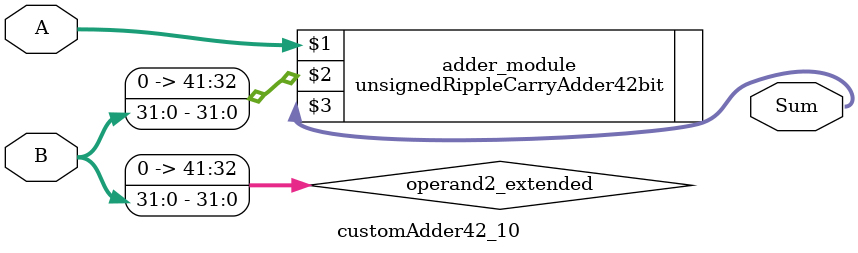
<source format=v>
module customAdder42_10(
                        input [41 : 0] A,
                        input [31 : 0] B,
                        
                        output [42 : 0] Sum
                );

        wire [41 : 0] operand2_extended;
        
        assign operand2_extended =  {10'b0, B};
        
        unsignedRippleCarryAdder42bit adder_module(
            A,
            operand2_extended,
            Sum
        );
        
        endmodule
        
</source>
